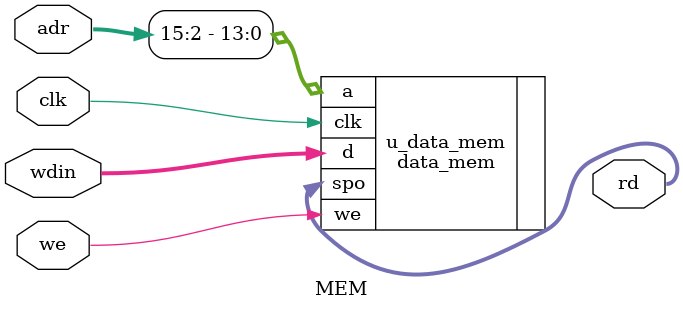
<source format=v>
`timescale 1ns / 1ps

module MEM(
    input wire clk,
    input wire[31:0] adr,
    input wire[31:0] wdin,
    input wire we,
    output wire[31:0] rd
    );
    
data_mem u_data_mem(
    .clk(clk),
    .a(adr[15:2]),
    .spo(rd),
    .we(we),
    .d(wdin)
);

endmodule

</source>
